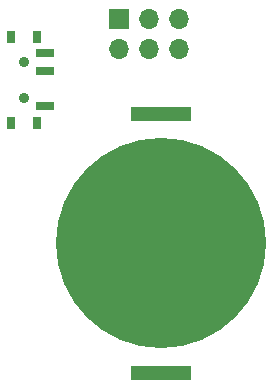
<source format=gbs>
%TF.GenerationSoftware,KiCad,Pcbnew,(7.0.0-0)*%
%TF.CreationDate,2023-07-23T12:51:31-06:00*%
%TF.ProjectId,SAO_pin,53414f5f-7069-46e2-9e6b-696361645f70,rev?*%
%TF.SameCoordinates,Original*%
%TF.FileFunction,Soldermask,Bot*%
%TF.FilePolarity,Negative*%
%FSLAX46Y46*%
G04 Gerber Fmt 4.6, Leading zero omitted, Abs format (unit mm)*
G04 Created by KiCad (PCBNEW (7.0.0-0)) date 2023-07-23 12:51:31*
%MOMM*%
%LPD*%
G01*
G04 APERTURE LIST*
%ADD10R,1.700000X1.700000*%
%ADD11O,1.700000X1.700000*%
%ADD12R,5.080000X1.270000*%
%ADD13C,17.800000*%
%ADD14R,0.800000X1.000000*%
%ADD15C,0.900000*%
%ADD16R,1.500000X0.700000*%
G04 APERTURE END LIST*
D10*
%TO.C,J1*%
X90419999Y-51999999D03*
D11*
X90419999Y-54539999D03*
X92959999Y-51999999D03*
X92959999Y-54539999D03*
X95499999Y-51999999D03*
X95499999Y-54539999D03*
%TD*%
D12*
%TO.C,BT1*%
X93999999Y-81984999D03*
X93999999Y-60014999D03*
D13*
X94000000Y-71000000D03*
%TD*%
D14*
%TO.C,SW1*%
X83499999Y-53499999D03*
X81289999Y-60799999D03*
X81289999Y-53499999D03*
X83499999Y-60799999D03*
D15*
X82390000Y-55650000D03*
X82390000Y-58650000D03*
D16*
X84149999Y-59399999D03*
X84149999Y-56399999D03*
X84149999Y-54899999D03*
%TD*%
M02*

</source>
